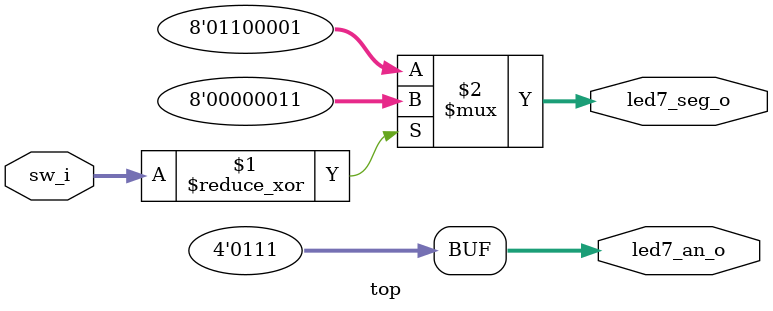
<source format=v>
`timescale 1ns / 1ps
module top(
	input wire [7:0] sw_i,
	output wire [7:0] led7_seg_o,
	output wire [3:0]led7_an_o 
 );
assign led7_an_o = 4'b111;
assign led7_seg_o = ^sw_i ? 8'b11: 8'b1100001;  
endmodule

</source>
